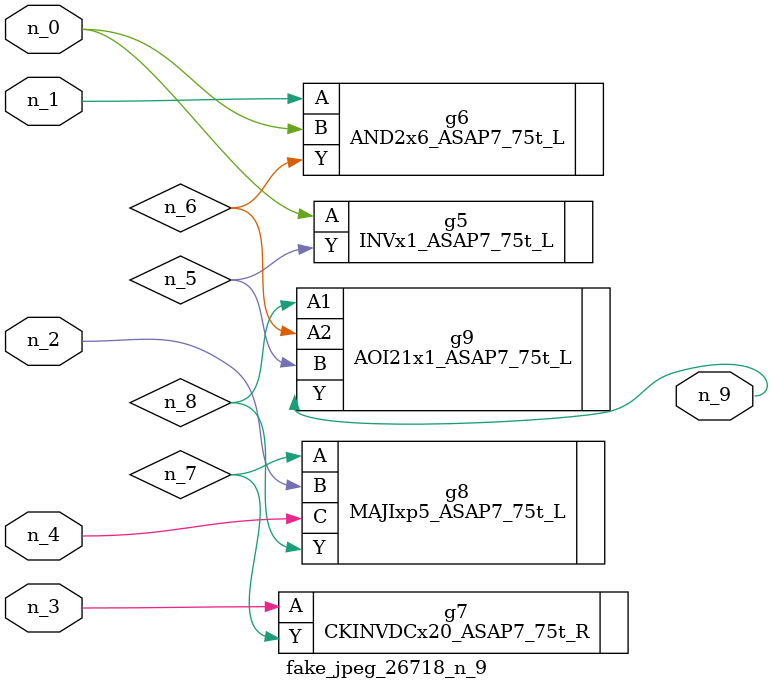
<source format=v>
module fake_jpeg_26718_n_9 (n_3, n_2, n_1, n_0, n_4, n_9);

input n_3;
input n_2;
input n_1;
input n_0;
input n_4;

output n_9;

wire n_8;
wire n_6;
wire n_5;
wire n_7;

INVx1_ASAP7_75t_L g5 ( 
.A(n_0),
.Y(n_5)
);

AND2x6_ASAP7_75t_L g6 ( 
.A(n_1),
.B(n_0),
.Y(n_6)
);

CKINVDCx20_ASAP7_75t_R g7 ( 
.A(n_3),
.Y(n_7)
);

MAJIxp5_ASAP7_75t_L g8 ( 
.A(n_7),
.B(n_2),
.C(n_4),
.Y(n_8)
);

AOI21x1_ASAP7_75t_L g9 ( 
.A1(n_8),
.A2(n_6),
.B(n_5),
.Y(n_9)
);


endmodule
</source>
